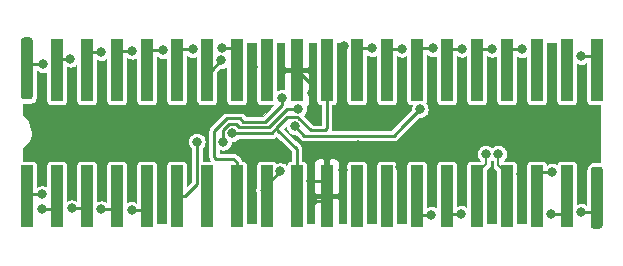
<source format=gbr>
%TF.GenerationSoftware,KiCad,Pcbnew,(5.1.9)-1*%
%TF.CreationDate,2021-04-29T23:37:35+02:00*%
%TF.ProjectId,STMega32,53544d65-6761-4333-922e-6b696361645f,rev?*%
%TF.SameCoordinates,Original*%
%TF.FileFunction,Copper,L2,Bot*%
%TF.FilePolarity,Positive*%
%FSLAX46Y46*%
G04 Gerber Fmt 4.6, Leading zero omitted, Abs format (unit mm)*
G04 Created by KiCad (PCBNEW (5.1.9)-1) date 2021-04-29 23:37:35*
%MOMM*%
%LPD*%
G01*
G04 APERTURE LIST*
%TA.AperFunction,SMDPad,CuDef*%
%ADD10R,1.000000X5.250000*%
%TD*%
%TA.AperFunction,ViaPad*%
%ADD11C,0.800000*%
%TD*%
%TA.AperFunction,Conductor*%
%ADD12C,0.250000*%
%TD*%
%TA.AperFunction,Conductor*%
%ADD13C,0.200000*%
%TD*%
%TA.AperFunction,Conductor*%
%ADD14C,0.125000*%
%TD*%
%TA.AperFunction,Conductor*%
%ADD15C,0.100000*%
%TD*%
G04 APERTURE END LIST*
D10*
%TO.P,J1,20*%
%TO.N,col1*%
X125870000Y-105337500D03*
%TO.P,J1,17*%
%TO.N,col7*%
X133490000Y-105337500D03*
%TO.P,J1,16*%
%TO.N,col9*%
X136030000Y-105337500D03*
%TO.P,J1,19*%
%TO.N,col3*%
X128410000Y-105337500D03*
%TO.P,J1,18*%
%TO.N,col5*%
X130950000Y-105337500D03*
%TO.P,J1,15*%
%TO.N,MOSI*%
X138570000Y-105337500D03*
%TO.P,J1,12*%
%TO.N,Reset*%
X146190000Y-105337500D03*
%TO.P,J1,11*%
%TO.N,+5v*%
X148730000Y-105337500D03*
%TO.P,J1,14*%
%TO.N,MISO*%
X141110000Y-105337500D03*
%TO.P,J1,13*%
%TO.N,SCK*%
X143650000Y-105337500D03*
%TO.P,J1,5*%
%TO.N,USB_P*%
X163970000Y-105337500D03*
%TO.P,J1,2*%
%TO.N,col14*%
X171590000Y-105337500D03*
%TO.P,J1,1*%
%TO.N,col13*%
%TA.AperFunction,SMDPad,CuDef*%
G36*
G01*
X174380000Y-108095000D02*
X173880000Y-108095000D01*
G75*
G02*
X173630000Y-107845000I0J250000D01*
G01*
X173630000Y-103095000D01*
G75*
G02*
X173880000Y-102845000I250000J0D01*
G01*
X174380000Y-102845000D01*
G75*
G02*
X174630000Y-103095000I0J-250000D01*
G01*
X174630000Y-107845000D01*
G75*
G02*
X174380000Y-108095000I-250000J0D01*
G01*
G37*
%TD.AperFunction*%
%TO.P,J1,4*%
%TO.N,USB_N*%
X166510000Y-105337500D03*
%TO.P,J1,3*%
%TO.N,boot*%
X169050000Y-105337500D03*
%TO.P,J1,6*%
%TO.N,col15*%
X161430000Y-105337500D03*
%TO.P,J1,7*%
%TO.N,col16*%
X158890000Y-105337500D03*
%TO.P,J1,8*%
%TO.N,OSC_IN_2*%
X156350000Y-105337500D03*
%TO.P,J1,9*%
%TO.N,OSC_IN_1*%
X153810000Y-105337500D03*
%TO.P,J1,10*%
%TO.N,GND*%
X151270000Y-105337500D03*
%TD*%
%TO.P,J2,10*%
%TO.N,GND*%
X148730000Y-94662500D03*
%TO.P,J2,9*%
%TO.N,NC*%
X146190000Y-94662500D03*
%TO.P,J2,8*%
%TO.N,col12*%
X143650000Y-94662500D03*
%TO.P,J2,7*%
%TO.N,col11*%
X141110000Y-94662500D03*
%TO.P,J2,6*%
%TO.N,col10*%
X138570000Y-94662500D03*
%TO.P,J2,3*%
%TO.N,col4*%
X130950000Y-94662500D03*
%TO.P,J2,4*%
%TO.N,col6*%
X133490000Y-94662500D03*
%TO.P,J2,1*%
%TO.N,col0*%
%TA.AperFunction,SMDPad,CuDef*%
G36*
G01*
X125620000Y-91905000D02*
X126120000Y-91905000D01*
G75*
G02*
X126370000Y-92155000I0J-250000D01*
G01*
X126370000Y-96905000D01*
G75*
G02*
X126120000Y-97155000I-250000J0D01*
G01*
X125620000Y-97155000D01*
G75*
G02*
X125370000Y-96905000I0J250000D01*
G01*
X125370000Y-92155000D01*
G75*
G02*
X125620000Y-91905000I250000J0D01*
G01*
G37*
%TD.AperFunction*%
%TO.P,J2,2*%
%TO.N,col2*%
X128410000Y-94662500D03*
%TO.P,J2,5*%
%TO.N,col8*%
X136030000Y-94662500D03*
%TO.P,J2,13*%
%TO.N,row4*%
X156350000Y-94662500D03*
%TO.P,J2,14*%
%TO.N,row5*%
X158890000Y-94662500D03*
%TO.P,J2,11*%
%TO.N,+5v*%
X151270000Y-94662500D03*
%TO.P,J2,12*%
%TO.N,row2*%
X153810000Y-94662500D03*
%TO.P,J2,15*%
%TO.N,row3*%
X161430000Y-94662500D03*
%TO.P,J2,18*%
%TO.N,sda*%
X169050000Y-94662500D03*
%TO.P,J2,19*%
%TO.N,scl*%
X171590000Y-94662500D03*
%TO.P,J2,16*%
%TO.N,row1*%
X163970000Y-94662500D03*
%TO.P,J2,17*%
%TO.N,row0*%
X166510000Y-94662500D03*
%TO.P,J2,20*%
%TO.N,col17*%
X174130000Y-94662500D03*
%TD*%
D11*
%TO.N,GND*%
X140100801Y-97690801D03*
X159625000Y-101625000D03*
X166525000Y-100050000D03*
X161000000Y-98900000D03*
X153900000Y-101025000D03*
X167700000Y-103500000D03*
X162725000Y-103600000D03*
X149975000Y-104050000D03*
X150091463Y-105716463D03*
X150000000Y-96650000D03*
X138675000Y-101225000D03*
X133575000Y-101675000D03*
X134800000Y-97400000D03*
X153200000Y-98275000D03*
X157500000Y-102900000D03*
X152650000Y-103100000D03*
X152700000Y-92650000D03*
X144910697Y-101239303D03*
X165250000Y-104225000D03*
%TO.N,col1*%
X127175000Y-105175000D03*
%TO.N,col0*%
X127250000Y-94175000D03*
%TO.N,col3*%
X127150000Y-106425000D03*
%TO.N,col2*%
X129575000Y-93700000D03*
%TO.N,col5*%
X129675000Y-106375000D03*
%TO.N,col4*%
X132200000Y-93125000D03*
%TO.N,col7*%
X132200000Y-106450000D03*
%TO.N,col6*%
X134825000Y-93025000D03*
%TO.N,col9*%
X134750000Y-106525000D03*
%TO.N,col8*%
X137400000Y-93000000D03*
%TO.N,MOSI*%
X148875000Y-97950000D03*
X142500000Y-100725000D03*
X140275000Y-100725000D03*
%TO.N,col10*%
X139925000Y-92875000D03*
%TO.N,col11*%
X142350000Y-93850000D03*
%TO.N,SCK*%
X147500000Y-97000000D03*
%TO.N,col12*%
X142400000Y-92800000D03*
%TO.N,+5v*%
X143250000Y-100025000D03*
%TO.N,row2*%
X155125000Y-92825000D03*
%TO.N,row4*%
X157625000Y-92850000D03*
%TO.N,col16*%
X160124845Y-106900164D03*
%TO.N,row5*%
X160250000Y-92825000D03*
%TO.N,col15*%
X162675000Y-106850000D03*
%TO.N,row3*%
X162725000Y-92850000D03*
%TO.N,row1*%
X165300000Y-92850000D03*
%TO.N,row0*%
X167800000Y-92900000D03*
%TO.N,boot*%
X170350000Y-103300000D03*
%TO.N,col14*%
X171525000Y-103825000D03*
X170275000Y-106875000D03*
%TO.N,col13*%
X172825000Y-106675000D03*
%TO.N,col17*%
X172825000Y-93475000D03*
%TO.N,n_boot*%
X159150000Y-98000000D03*
X148550000Y-99400011D03*
%TO.N,USB_N*%
X165775000Y-101775000D03*
%TO.N,USB_P*%
X164725000Y-101775000D03*
%TO.N,Reset*%
X147350000Y-103250000D03*
%TO.N,GND*%
X145025000Y-94400000D03*
X150450000Y-98550000D03*
%TD*%
D12*
%TO.N,GND*%
X150891037Y-105716463D02*
X151270000Y-105337500D01*
X150091463Y-105716463D02*
X150891037Y-105716463D01*
X151270000Y-104520000D02*
X151270000Y-105337500D01*
X150800000Y-104050000D02*
X151270000Y-104520000D01*
X149975000Y-104050000D02*
X150800000Y-104050000D01*
X150000000Y-95932500D02*
X150000000Y-96650000D01*
X148730000Y-94662500D02*
X150000000Y-95932500D01*
%TO.N,col1*%
X126032500Y-105175000D02*
X125870000Y-105337500D01*
X127175000Y-105175000D02*
X126032500Y-105175000D01*
%TO.N,col0*%
X126357500Y-94175000D02*
X125870000Y-94662500D01*
X127250000Y-94175000D02*
X126357500Y-94175000D01*
%TO.N,col3*%
X128410000Y-106140000D02*
X128410000Y-105337500D01*
X128125000Y-106425000D02*
X128410000Y-106140000D01*
X127150000Y-106425000D02*
X128125000Y-106425000D01*
%TO.N,col2*%
X128410000Y-93265010D02*
X128400020Y-93274990D01*
X128475000Y-93700000D02*
X128410000Y-93765000D01*
X128410000Y-93765000D02*
X128410000Y-94662500D01*
X129575000Y-93700000D02*
X128475000Y-93700000D01*
%TO.N,col5*%
X130950000Y-106275000D02*
X130950000Y-105337500D01*
X130850000Y-106375000D02*
X130950000Y-106275000D01*
X129675000Y-106375000D02*
X130850000Y-106375000D01*
%TO.N,col4*%
X130950000Y-93425000D02*
X130950000Y-94662500D01*
X131250000Y-93125000D02*
X130950000Y-93425000D01*
X132200000Y-93125000D02*
X131250000Y-93125000D01*
%TO.N,col7*%
X133600000Y-105447500D02*
X133490000Y-105337500D01*
X133325000Y-106450000D02*
X133490000Y-106285000D01*
X133490000Y-106285000D02*
X133490000Y-105337500D01*
X132200000Y-106450000D02*
X133325000Y-106450000D01*
%TO.N,col6*%
X133490000Y-93410000D02*
X133490000Y-94662500D01*
X133875000Y-93025000D02*
X133490000Y-93410000D01*
X134825000Y-93025000D02*
X133875000Y-93025000D01*
%TO.N,col9*%
X136030000Y-106320000D02*
X136030000Y-105337500D01*
X135825000Y-106525000D02*
X136030000Y-106320000D01*
X134750000Y-106525000D02*
X135825000Y-106525000D01*
%TO.N,col8*%
X136300000Y-93000000D02*
X136030000Y-93270000D01*
X137400000Y-93000000D02*
X136300000Y-93000000D01*
%TO.N,MOSI*%
X139262500Y-105337500D02*
X138570000Y-105337500D01*
X140275000Y-104325000D02*
X139262500Y-105337500D01*
X140275000Y-100725000D02*
X140275000Y-104325000D01*
X142500000Y-99736410D02*
X142500000Y-100725000D01*
X143600000Y-99225000D02*
X143011410Y-99225000D01*
X143875000Y-99500000D02*
X143600000Y-99225000D01*
X146400000Y-99500000D02*
X143875000Y-99500000D01*
X147950000Y-97950000D02*
X146400000Y-99500000D01*
X143011410Y-99225000D02*
X142500000Y-99736410D01*
X148875000Y-97950000D02*
X147950000Y-97950000D01*
%TO.N,col10*%
X138570000Y-93230000D02*
X138570000Y-94662500D01*
X138925000Y-92875000D02*
X138570000Y-93230000D01*
X139925000Y-92875000D02*
X138925000Y-92875000D01*
%TO.N,col11*%
X141537500Y-94662500D02*
X142350000Y-93850000D01*
X141110000Y-94662500D02*
X141537500Y-94662500D01*
%TO.N,SCK*%
X143650000Y-102462500D02*
X143650000Y-105337500D01*
X141935001Y-102185001D02*
X143372501Y-102185001D01*
X141750000Y-99850000D02*
X141750000Y-102000000D01*
X141750000Y-102000000D02*
X141935001Y-102185001D01*
X142850000Y-98750000D02*
X141750000Y-99850000D01*
X143372501Y-102185001D02*
X143650000Y-102462500D01*
X143925000Y-98750000D02*
X142850000Y-98750000D01*
X144224990Y-99049990D02*
X143925000Y-98750000D01*
X146050010Y-99049990D02*
X144224990Y-99049990D01*
X147500000Y-97600000D02*
X146050010Y-99049990D01*
X147500000Y-97000000D02*
X147500000Y-97600000D01*
%TO.N,col12*%
X143650000Y-93000000D02*
X143650000Y-94662500D01*
X143975000Y-92675000D02*
X143650000Y-93000000D01*
X143650000Y-92875000D02*
X143650000Y-94662500D01*
X143575000Y-92800000D02*
X143650000Y-92875000D01*
X142400000Y-92800000D02*
X143575000Y-92800000D01*
%TO.N,+5v*%
X148730000Y-105337500D02*
X148730000Y-104730000D01*
X148750000Y-103625000D02*
X148700000Y-103575000D01*
X147949999Y-98675001D02*
X147100001Y-99524999D01*
X148730000Y-105337500D02*
X148730000Y-101353004D01*
X148730000Y-101353004D02*
X147100001Y-99723005D01*
X147100001Y-99723005D02*
X147100001Y-99524999D01*
X143815685Y-100025000D02*
X143250000Y-100025000D01*
X146600000Y-100025000D02*
X143815685Y-100025000D01*
X147100001Y-99524999D02*
X146600000Y-100025000D01*
%TO.N,row2*%
X153810000Y-93060000D02*
X153810000Y-94662500D01*
X153700000Y-92950000D02*
X153810000Y-93060000D01*
X153825000Y-92825000D02*
X153700000Y-92950000D01*
X155125000Y-92825000D02*
X153825000Y-92825000D01*
%TO.N,row4*%
X156325000Y-94637500D02*
X156350000Y-94662500D01*
X156350000Y-93000000D02*
X156350000Y-94662500D01*
X156500000Y-92850000D02*
X156350000Y-93000000D01*
X157625000Y-92850000D02*
X156500000Y-92850000D01*
%TO.N,col16*%
X158900164Y-106900164D02*
X160124845Y-106900164D01*
X158890000Y-106890000D02*
X158900164Y-106900164D01*
X158890000Y-105337500D02*
X158890000Y-106890000D01*
%TO.N,row5*%
X158890000Y-93160000D02*
X158890000Y-94662500D01*
X159225000Y-92825000D02*
X158890000Y-93160000D01*
X160250000Y-92825000D02*
X159225000Y-92825000D01*
%TO.N,col15*%
X161430000Y-106655000D02*
X161430000Y-105337500D01*
X161625000Y-106850000D02*
X161430000Y-106655000D01*
X162675000Y-106850000D02*
X161625000Y-106850000D01*
%TO.N,row3*%
X161425000Y-94657500D02*
X161430000Y-94662500D01*
X161430000Y-92995000D02*
X161430000Y-94662500D01*
X161575000Y-92850000D02*
X161430000Y-92995000D01*
X162725000Y-92850000D02*
X161575000Y-92850000D01*
%TO.N,row1*%
X163970000Y-93305000D02*
X163970000Y-94662500D01*
X164425000Y-92850000D02*
X163970000Y-93305000D01*
X165300000Y-92850000D02*
X164425000Y-92850000D01*
%TO.N,row0*%
X166275000Y-93200000D02*
X166510000Y-93435000D01*
X166510000Y-93435000D02*
X166510000Y-94662500D01*
X166510000Y-93165000D02*
X166510000Y-94662500D01*
X166775000Y-92900000D02*
X166510000Y-93165000D01*
X167800000Y-92900000D02*
X166775000Y-92900000D01*
%TO.N,boot*%
X169050000Y-105337500D02*
X169050000Y-104420000D01*
X169050000Y-104420000D02*
X168810000Y-104180000D01*
X169150000Y-103300000D02*
X170350000Y-103300000D01*
X169050000Y-103400000D02*
X169150000Y-103300000D01*
X169050000Y-105337500D02*
X169050000Y-103400000D01*
%TO.N,col14*%
X171425000Y-106875000D02*
X171590000Y-106710000D01*
X171590000Y-106710000D02*
X171590000Y-105337500D01*
X170275000Y-106875000D02*
X171425000Y-106875000D01*
%TO.N,col13*%
X174130000Y-106420000D02*
X174130000Y-105470000D01*
X173875000Y-106675000D02*
X174130000Y-106420000D01*
X172825000Y-106675000D02*
X173875000Y-106675000D01*
%TO.N,col17*%
X174130000Y-93780000D02*
X174130000Y-94662500D01*
X173825000Y-93475000D02*
X174130000Y-93780000D01*
X172825000Y-93475000D02*
X173825000Y-93475000D01*
%TO.N,n_boot*%
X159150000Y-98000000D02*
X157749989Y-99400011D01*
D13*
%TO.N,USB_N*%
X166225000Y-103800000D02*
X166225000Y-105400000D01*
X166525000Y-103500000D02*
X166225000Y-103800000D01*
X166225000Y-105400000D02*
X166425000Y-105600000D01*
X166200000Y-105027500D02*
X166510000Y-105337500D01*
X165775000Y-102700000D02*
X166200000Y-103125000D01*
X166200000Y-103125000D02*
X166200000Y-105027500D01*
X165775000Y-101775000D02*
X165775000Y-102700000D01*
D12*
%TO.N,USB_P*%
X164050000Y-105417500D02*
X163970000Y-105337500D01*
D13*
X163970000Y-103247500D02*
X163970000Y-105337500D01*
X164127500Y-103247500D02*
X163970000Y-103247500D01*
X164725000Y-102650000D02*
X164127500Y-103247500D01*
X164725000Y-101775000D02*
X164725000Y-102650000D01*
D12*
%TO.N,Reset*%
X145702502Y-104850002D02*
X146190000Y-105337500D01*
X146190000Y-104410000D02*
X147350000Y-103250000D01*
X146190000Y-105337500D02*
X146190000Y-104410000D01*
%TO.N,+5v*%
X148849999Y-98685010D02*
X149939989Y-99775000D01*
X148849999Y-98675001D02*
X148849999Y-98685010D01*
X148849999Y-98675001D02*
X147949999Y-98675001D01*
X149939989Y-99775000D02*
X151100000Y-99775000D01*
X151100000Y-99775000D02*
X151270000Y-99605000D01*
X151270000Y-99605000D02*
X151270000Y-97355000D01*
X151270000Y-94662500D02*
X151270000Y-97355000D01*
%TO.N,n_boot*%
X148550000Y-99400011D02*
X149364999Y-100215010D01*
X156934990Y-100215010D02*
X157749989Y-99400011D01*
X149364999Y-100215010D02*
X156934990Y-100215010D01*
%TD*%
D14*
%TO.N,GND*%
X170725747Y-97287500D02*
X170732746Y-97358562D01*
X170753474Y-97426894D01*
X170787135Y-97489868D01*
X170832434Y-97545066D01*
X170887632Y-97590365D01*
X170950606Y-97624026D01*
X171018938Y-97644754D01*
X171090000Y-97651753D01*
X172090000Y-97651753D01*
X172161062Y-97644754D01*
X172229394Y-97624026D01*
X172292368Y-97590365D01*
X172347566Y-97545066D01*
X172392865Y-97489868D01*
X172426526Y-97426894D01*
X172447254Y-97358562D01*
X172454253Y-97287500D01*
X172454253Y-94144325D01*
X172463821Y-94150718D01*
X172602587Y-94208197D01*
X172749900Y-94237500D01*
X172900100Y-94237500D01*
X173047413Y-94208197D01*
X173186179Y-94150718D01*
X173265747Y-94097552D01*
X173265747Y-97287500D01*
X173272746Y-97358562D01*
X173293474Y-97426894D01*
X173327135Y-97489868D01*
X173372434Y-97545066D01*
X173427632Y-97590365D01*
X173490606Y-97624026D01*
X173558938Y-97644754D01*
X173630000Y-97651753D01*
X174437500Y-97651753D01*
X174437500Y-102486410D01*
X174380000Y-102480747D01*
X173880000Y-102480747D01*
X173760165Y-102492550D01*
X173644936Y-102527504D01*
X173538739Y-102584267D01*
X173445658Y-102660658D01*
X173369267Y-102753739D01*
X173312504Y-102859936D01*
X173277550Y-102975165D01*
X173265747Y-103095000D01*
X173265747Y-106052448D01*
X173186179Y-105999282D01*
X173047413Y-105941803D01*
X172900100Y-105912500D01*
X172749900Y-105912500D01*
X172602587Y-105941803D01*
X172463821Y-105999282D01*
X172454253Y-106005675D01*
X172454253Y-102712500D01*
X172447254Y-102641438D01*
X172426526Y-102573106D01*
X172392865Y-102510132D01*
X172347566Y-102454934D01*
X172292368Y-102409635D01*
X172229394Y-102375974D01*
X172161062Y-102355246D01*
X172090000Y-102348247D01*
X171090000Y-102348247D01*
X171018938Y-102355246D01*
X170950606Y-102375974D01*
X170887632Y-102409635D01*
X170832434Y-102454934D01*
X170787135Y-102510132D01*
X170753474Y-102573106D01*
X170733438Y-102639155D01*
X170711179Y-102624282D01*
X170572413Y-102566803D01*
X170425100Y-102537500D01*
X170274900Y-102537500D01*
X170127587Y-102566803D01*
X169988821Y-102624282D01*
X169910705Y-102676477D01*
X169907254Y-102641438D01*
X169886526Y-102573106D01*
X169852865Y-102510132D01*
X169807566Y-102454934D01*
X169752368Y-102409635D01*
X169689394Y-102375974D01*
X169621062Y-102355246D01*
X169550000Y-102348247D01*
X168550000Y-102348247D01*
X168478938Y-102355246D01*
X168410606Y-102375974D01*
X168347632Y-102409635D01*
X168292434Y-102454934D01*
X168247135Y-102510132D01*
X168213474Y-102573106D01*
X168192746Y-102641438D01*
X168185747Y-102712500D01*
X168185747Y-107612500D01*
X167374253Y-107612500D01*
X167374253Y-102712500D01*
X167367254Y-102641438D01*
X167346526Y-102573106D01*
X167312865Y-102510132D01*
X167267566Y-102454934D01*
X167212368Y-102409635D01*
X167149394Y-102375974D01*
X167081062Y-102355246D01*
X167010000Y-102348247D01*
X166280090Y-102348247D01*
X166367272Y-102261065D01*
X166450718Y-102136179D01*
X166508197Y-101997413D01*
X166537500Y-101850100D01*
X166537500Y-101699900D01*
X166508197Y-101552587D01*
X166450718Y-101413821D01*
X166367272Y-101288935D01*
X166261065Y-101182728D01*
X166136179Y-101099282D01*
X165997413Y-101041803D01*
X165850100Y-101012500D01*
X165699900Y-101012500D01*
X165552587Y-101041803D01*
X165413821Y-101099282D01*
X165288935Y-101182728D01*
X165250000Y-101221663D01*
X165211065Y-101182728D01*
X165086179Y-101099282D01*
X164947413Y-101041803D01*
X164800100Y-101012500D01*
X164649900Y-101012500D01*
X164502587Y-101041803D01*
X164363821Y-101099282D01*
X164238935Y-101182728D01*
X164132728Y-101288935D01*
X164049282Y-101413821D01*
X163991803Y-101552587D01*
X163962500Y-101699900D01*
X163962500Y-101850100D01*
X163991803Y-101997413D01*
X164049282Y-102136179D01*
X164132728Y-102261065D01*
X164219910Y-102348247D01*
X163470000Y-102348247D01*
X163398938Y-102355246D01*
X163330606Y-102375974D01*
X163267632Y-102409635D01*
X163212434Y-102454934D01*
X163167135Y-102510132D01*
X163133474Y-102573106D01*
X163112746Y-102641438D01*
X163105747Y-102712500D01*
X163105747Y-106220766D01*
X163036179Y-106174282D01*
X162897413Y-106116803D01*
X162750100Y-106087500D01*
X162599900Y-106087500D01*
X162452587Y-106116803D01*
X162313821Y-106174282D01*
X162294253Y-106187357D01*
X162294253Y-102712500D01*
X162287254Y-102641438D01*
X162266526Y-102573106D01*
X162232865Y-102510132D01*
X162187566Y-102454934D01*
X162132368Y-102409635D01*
X162069394Y-102375974D01*
X162001062Y-102355246D01*
X161930000Y-102348247D01*
X160930000Y-102348247D01*
X160858938Y-102355246D01*
X160790606Y-102375974D01*
X160727632Y-102409635D01*
X160672434Y-102454934D01*
X160627135Y-102510132D01*
X160593474Y-102573106D01*
X160572746Y-102641438D01*
X160565747Y-102712500D01*
X160565747Y-106277715D01*
X160486024Y-106224446D01*
X160347258Y-106166967D01*
X160199945Y-106137664D01*
X160049745Y-106137664D01*
X159902432Y-106166967D01*
X159763666Y-106224446D01*
X159754253Y-106230736D01*
X159754253Y-102712500D01*
X159747254Y-102641438D01*
X159726526Y-102573106D01*
X159692865Y-102510132D01*
X159647566Y-102454934D01*
X159592368Y-102409635D01*
X159529394Y-102375974D01*
X159461062Y-102355246D01*
X159390000Y-102348247D01*
X158390000Y-102348247D01*
X158318938Y-102355246D01*
X158250606Y-102375974D01*
X158187632Y-102409635D01*
X158132434Y-102454934D01*
X158087135Y-102510132D01*
X158053474Y-102573106D01*
X158032746Y-102641438D01*
X158025747Y-102712500D01*
X158025747Y-107612500D01*
X157214253Y-107612500D01*
X157214253Y-102712500D01*
X157207254Y-102641438D01*
X157186526Y-102573106D01*
X157152865Y-102510132D01*
X157107566Y-102454934D01*
X157052368Y-102409635D01*
X156989394Y-102375974D01*
X156921062Y-102355246D01*
X156850000Y-102348247D01*
X155850000Y-102348247D01*
X155778938Y-102355246D01*
X155710606Y-102375974D01*
X155647632Y-102409635D01*
X155592434Y-102454934D01*
X155547135Y-102510132D01*
X155513474Y-102573106D01*
X155492746Y-102641438D01*
X155485747Y-102712500D01*
X155485747Y-107612500D01*
X154674253Y-107612500D01*
X154674253Y-102712500D01*
X154667254Y-102641438D01*
X154646526Y-102573106D01*
X154612865Y-102510132D01*
X154567566Y-102454934D01*
X154512368Y-102409635D01*
X154449394Y-102375974D01*
X154381062Y-102355246D01*
X154310000Y-102348247D01*
X153310000Y-102348247D01*
X153238938Y-102355246D01*
X153170606Y-102375974D01*
X153107632Y-102409635D01*
X153052434Y-102454934D01*
X153007135Y-102510132D01*
X152973474Y-102573106D01*
X152952746Y-102641438D01*
X152945747Y-102712500D01*
X152945747Y-107612500D01*
X152342838Y-107612500D01*
X152340500Y-105671625D01*
X152197875Y-105529000D01*
X151461500Y-105529000D01*
X151461500Y-107612500D01*
X151078500Y-107612500D01*
X151078500Y-105529000D01*
X150342125Y-105529000D01*
X150199500Y-105671625D01*
X150197162Y-107612500D01*
X149594253Y-107612500D01*
X149594253Y-102712500D01*
X150196740Y-102712500D01*
X150199500Y-105003375D01*
X150342125Y-105146000D01*
X151078500Y-105146000D01*
X151078500Y-102284625D01*
X151461500Y-102284625D01*
X151461500Y-105146000D01*
X152197875Y-105146000D01*
X152340500Y-105003375D01*
X152343260Y-102712500D01*
X152332245Y-102600663D01*
X152299623Y-102493123D01*
X152246648Y-102394014D01*
X152175356Y-102307144D01*
X152088486Y-102235852D01*
X151989377Y-102182877D01*
X151881837Y-102150255D01*
X151770000Y-102139240D01*
X151604125Y-102142000D01*
X151461500Y-102284625D01*
X151078500Y-102284625D01*
X150935875Y-102142000D01*
X150770000Y-102139240D01*
X150658163Y-102150255D01*
X150550623Y-102182877D01*
X150451514Y-102235852D01*
X150364644Y-102307144D01*
X150293352Y-102394014D01*
X150240377Y-102493123D01*
X150207755Y-102600663D01*
X150196740Y-102712500D01*
X149594253Y-102712500D01*
X149587254Y-102641438D01*
X149566526Y-102573106D01*
X149532865Y-102510132D01*
X149487566Y-102454934D01*
X149432368Y-102409635D01*
X149369394Y-102375974D01*
X149301062Y-102355246D01*
X149230000Y-102348247D01*
X149217500Y-102348247D01*
X149217500Y-101376946D01*
X149219858Y-101353004D01*
X149210446Y-101257438D01*
X149207259Y-101246930D01*
X149182570Y-101165543D01*
X149137302Y-101080853D01*
X149123077Y-101063520D01*
X149091645Y-101025219D01*
X149091641Y-101025215D01*
X149076382Y-101006622D01*
X149057789Y-100991363D01*
X147690426Y-99624002D01*
X147796097Y-99518332D01*
X147816803Y-99622424D01*
X147874282Y-99761190D01*
X147957728Y-99886076D01*
X148063935Y-99992283D01*
X148188821Y-100075729D01*
X148327587Y-100133208D01*
X148474900Y-100162511D01*
X148623071Y-100162511D01*
X149003358Y-100542799D01*
X149018617Y-100561392D01*
X149037210Y-100576651D01*
X149037214Y-100576655D01*
X149075342Y-100607945D01*
X149092848Y-100622312D01*
X149177538Y-100667580D01*
X149269432Y-100695456D01*
X149341056Y-100702510D01*
X149341057Y-100702510D01*
X149364999Y-100704868D01*
X149388941Y-100702510D01*
X156911050Y-100702510D01*
X156934990Y-100704868D01*
X156958930Y-100702510D01*
X156958933Y-100702510D01*
X157030557Y-100695456D01*
X157122451Y-100667580D01*
X157207141Y-100622312D01*
X157281372Y-100561392D01*
X157296639Y-100542789D01*
X158111634Y-99727796D01*
X158111643Y-99727785D01*
X159076929Y-98762500D01*
X159225100Y-98762500D01*
X159372413Y-98733197D01*
X159511179Y-98675718D01*
X159636065Y-98592272D01*
X159742272Y-98486065D01*
X159825718Y-98361179D01*
X159883197Y-98222413D01*
X159912500Y-98075100D01*
X159912500Y-97924900D01*
X159883197Y-97777587D01*
X159825718Y-97638821D01*
X159742272Y-97513935D01*
X159701692Y-97473355D01*
X159726526Y-97426894D01*
X159747254Y-97358562D01*
X159754253Y-97287500D01*
X159754253Y-93407590D01*
X159763935Y-93417272D01*
X159888821Y-93500718D01*
X160027587Y-93558197D01*
X160174900Y-93587500D01*
X160325100Y-93587500D01*
X160472413Y-93558197D01*
X160565747Y-93519537D01*
X160565747Y-97287500D01*
X160572746Y-97358562D01*
X160593474Y-97426894D01*
X160627135Y-97489868D01*
X160672434Y-97545066D01*
X160727632Y-97590365D01*
X160790606Y-97624026D01*
X160858938Y-97644754D01*
X160930000Y-97651753D01*
X161930000Y-97651753D01*
X162001062Y-97644754D01*
X162069394Y-97624026D01*
X162132368Y-97590365D01*
X162187566Y-97545066D01*
X162232865Y-97489868D01*
X162266526Y-97426894D01*
X162287254Y-97358562D01*
X162294253Y-97287500D01*
X162294253Y-93479234D01*
X162363821Y-93525718D01*
X162502587Y-93583197D01*
X162649900Y-93612500D01*
X162800100Y-93612500D01*
X162947413Y-93583197D01*
X163086179Y-93525718D01*
X163105747Y-93512643D01*
X163105747Y-97287500D01*
X163112746Y-97358562D01*
X163133474Y-97426894D01*
X163167135Y-97489868D01*
X163212434Y-97545066D01*
X163267632Y-97590365D01*
X163330606Y-97624026D01*
X163398938Y-97644754D01*
X163470000Y-97651753D01*
X164470000Y-97651753D01*
X164541062Y-97644754D01*
X164609394Y-97624026D01*
X164672368Y-97590365D01*
X164727566Y-97545066D01*
X164772865Y-97489868D01*
X164806526Y-97426894D01*
X164827254Y-97358562D01*
X164834253Y-97287500D01*
X164834253Y-93455848D01*
X164938821Y-93525718D01*
X165077587Y-93583197D01*
X165224900Y-93612500D01*
X165375100Y-93612500D01*
X165522413Y-93583197D01*
X165645747Y-93532110D01*
X165645747Y-97287500D01*
X165652746Y-97358562D01*
X165673474Y-97426894D01*
X165707135Y-97489868D01*
X165752434Y-97545066D01*
X165807632Y-97590365D01*
X165870606Y-97624026D01*
X165938938Y-97644754D01*
X166010000Y-97651753D01*
X167010000Y-97651753D01*
X167081062Y-97644754D01*
X167149394Y-97624026D01*
X167212368Y-97590365D01*
X167267566Y-97545066D01*
X167312865Y-97489868D01*
X167346526Y-97426894D01*
X167367254Y-97358562D01*
X167374253Y-97287500D01*
X167374253Y-93532575D01*
X167438821Y-93575718D01*
X167577587Y-93633197D01*
X167724900Y-93662500D01*
X167875100Y-93662500D01*
X168022413Y-93633197D01*
X168161179Y-93575718D01*
X168185747Y-93559302D01*
X168185747Y-97287500D01*
X168192746Y-97358562D01*
X168213474Y-97426894D01*
X168247135Y-97489868D01*
X168292434Y-97545066D01*
X168347632Y-97590365D01*
X168410606Y-97624026D01*
X168478938Y-97644754D01*
X168550000Y-97651753D01*
X169550000Y-97651753D01*
X169621062Y-97644754D01*
X169689394Y-97624026D01*
X169752368Y-97590365D01*
X169807566Y-97545066D01*
X169852865Y-97489868D01*
X169886526Y-97426894D01*
X169907254Y-97358562D01*
X169914253Y-97287500D01*
X169914253Y-92387500D01*
X170725747Y-92387500D01*
X170725747Y-97287500D01*
%TA.AperFunction,Conductor*%
D15*
G36*
X170725747Y-97287500D02*
G01*
X170732746Y-97358562D01*
X170753474Y-97426894D01*
X170787135Y-97489868D01*
X170832434Y-97545066D01*
X170887632Y-97590365D01*
X170950606Y-97624026D01*
X171018938Y-97644754D01*
X171090000Y-97651753D01*
X172090000Y-97651753D01*
X172161062Y-97644754D01*
X172229394Y-97624026D01*
X172292368Y-97590365D01*
X172347566Y-97545066D01*
X172392865Y-97489868D01*
X172426526Y-97426894D01*
X172447254Y-97358562D01*
X172454253Y-97287500D01*
X172454253Y-94144325D01*
X172463821Y-94150718D01*
X172602587Y-94208197D01*
X172749900Y-94237500D01*
X172900100Y-94237500D01*
X173047413Y-94208197D01*
X173186179Y-94150718D01*
X173265747Y-94097552D01*
X173265747Y-97287500D01*
X173272746Y-97358562D01*
X173293474Y-97426894D01*
X173327135Y-97489868D01*
X173372434Y-97545066D01*
X173427632Y-97590365D01*
X173490606Y-97624026D01*
X173558938Y-97644754D01*
X173630000Y-97651753D01*
X174437500Y-97651753D01*
X174437500Y-102486410D01*
X174380000Y-102480747D01*
X173880000Y-102480747D01*
X173760165Y-102492550D01*
X173644936Y-102527504D01*
X173538739Y-102584267D01*
X173445658Y-102660658D01*
X173369267Y-102753739D01*
X173312504Y-102859936D01*
X173277550Y-102975165D01*
X173265747Y-103095000D01*
X173265747Y-106052448D01*
X173186179Y-105999282D01*
X173047413Y-105941803D01*
X172900100Y-105912500D01*
X172749900Y-105912500D01*
X172602587Y-105941803D01*
X172463821Y-105999282D01*
X172454253Y-106005675D01*
X172454253Y-102712500D01*
X172447254Y-102641438D01*
X172426526Y-102573106D01*
X172392865Y-102510132D01*
X172347566Y-102454934D01*
X172292368Y-102409635D01*
X172229394Y-102375974D01*
X172161062Y-102355246D01*
X172090000Y-102348247D01*
X171090000Y-102348247D01*
X171018938Y-102355246D01*
X170950606Y-102375974D01*
X170887632Y-102409635D01*
X170832434Y-102454934D01*
X170787135Y-102510132D01*
X170753474Y-102573106D01*
X170733438Y-102639155D01*
X170711179Y-102624282D01*
X170572413Y-102566803D01*
X170425100Y-102537500D01*
X170274900Y-102537500D01*
X170127587Y-102566803D01*
X169988821Y-102624282D01*
X169910705Y-102676477D01*
X169907254Y-102641438D01*
X169886526Y-102573106D01*
X169852865Y-102510132D01*
X169807566Y-102454934D01*
X169752368Y-102409635D01*
X169689394Y-102375974D01*
X169621062Y-102355246D01*
X169550000Y-102348247D01*
X168550000Y-102348247D01*
X168478938Y-102355246D01*
X168410606Y-102375974D01*
X168347632Y-102409635D01*
X168292434Y-102454934D01*
X168247135Y-102510132D01*
X168213474Y-102573106D01*
X168192746Y-102641438D01*
X168185747Y-102712500D01*
X168185747Y-107612500D01*
X167374253Y-107612500D01*
X167374253Y-102712500D01*
X167367254Y-102641438D01*
X167346526Y-102573106D01*
X167312865Y-102510132D01*
X167267566Y-102454934D01*
X167212368Y-102409635D01*
X167149394Y-102375974D01*
X167081062Y-102355246D01*
X167010000Y-102348247D01*
X166280090Y-102348247D01*
X166367272Y-102261065D01*
X166450718Y-102136179D01*
X166508197Y-101997413D01*
X166537500Y-101850100D01*
X166537500Y-101699900D01*
X166508197Y-101552587D01*
X166450718Y-101413821D01*
X166367272Y-101288935D01*
X166261065Y-101182728D01*
X166136179Y-101099282D01*
X165997413Y-101041803D01*
X165850100Y-101012500D01*
X165699900Y-101012500D01*
X165552587Y-101041803D01*
X165413821Y-101099282D01*
X165288935Y-101182728D01*
X165250000Y-101221663D01*
X165211065Y-101182728D01*
X165086179Y-101099282D01*
X164947413Y-101041803D01*
X164800100Y-101012500D01*
X164649900Y-101012500D01*
X164502587Y-101041803D01*
X164363821Y-101099282D01*
X164238935Y-101182728D01*
X164132728Y-101288935D01*
X164049282Y-101413821D01*
X163991803Y-101552587D01*
X163962500Y-101699900D01*
X163962500Y-101850100D01*
X163991803Y-101997413D01*
X164049282Y-102136179D01*
X164132728Y-102261065D01*
X164219910Y-102348247D01*
X163470000Y-102348247D01*
X163398938Y-102355246D01*
X163330606Y-102375974D01*
X163267632Y-102409635D01*
X163212434Y-102454934D01*
X163167135Y-102510132D01*
X163133474Y-102573106D01*
X163112746Y-102641438D01*
X163105747Y-102712500D01*
X163105747Y-106220766D01*
X163036179Y-106174282D01*
X162897413Y-106116803D01*
X162750100Y-106087500D01*
X162599900Y-106087500D01*
X162452587Y-106116803D01*
X162313821Y-106174282D01*
X162294253Y-106187357D01*
X162294253Y-102712500D01*
X162287254Y-102641438D01*
X162266526Y-102573106D01*
X162232865Y-102510132D01*
X162187566Y-102454934D01*
X162132368Y-102409635D01*
X162069394Y-102375974D01*
X162001062Y-102355246D01*
X161930000Y-102348247D01*
X160930000Y-102348247D01*
X160858938Y-102355246D01*
X160790606Y-102375974D01*
X160727632Y-102409635D01*
X160672434Y-102454934D01*
X160627135Y-102510132D01*
X160593474Y-102573106D01*
X160572746Y-102641438D01*
X160565747Y-102712500D01*
X160565747Y-106277715D01*
X160486024Y-106224446D01*
X160347258Y-106166967D01*
X160199945Y-106137664D01*
X160049745Y-106137664D01*
X159902432Y-106166967D01*
X159763666Y-106224446D01*
X159754253Y-106230736D01*
X159754253Y-102712500D01*
X159747254Y-102641438D01*
X159726526Y-102573106D01*
X159692865Y-102510132D01*
X159647566Y-102454934D01*
X159592368Y-102409635D01*
X159529394Y-102375974D01*
X159461062Y-102355246D01*
X159390000Y-102348247D01*
X158390000Y-102348247D01*
X158318938Y-102355246D01*
X158250606Y-102375974D01*
X158187632Y-102409635D01*
X158132434Y-102454934D01*
X158087135Y-102510132D01*
X158053474Y-102573106D01*
X158032746Y-102641438D01*
X158025747Y-102712500D01*
X158025747Y-107612500D01*
X157214253Y-107612500D01*
X157214253Y-102712500D01*
X157207254Y-102641438D01*
X157186526Y-102573106D01*
X157152865Y-102510132D01*
X157107566Y-102454934D01*
X157052368Y-102409635D01*
X156989394Y-102375974D01*
X156921062Y-102355246D01*
X156850000Y-102348247D01*
X155850000Y-102348247D01*
X155778938Y-102355246D01*
X155710606Y-102375974D01*
X155647632Y-102409635D01*
X155592434Y-102454934D01*
X155547135Y-102510132D01*
X155513474Y-102573106D01*
X155492746Y-102641438D01*
X155485747Y-102712500D01*
X155485747Y-107612500D01*
X154674253Y-107612500D01*
X154674253Y-102712500D01*
X154667254Y-102641438D01*
X154646526Y-102573106D01*
X154612865Y-102510132D01*
X154567566Y-102454934D01*
X154512368Y-102409635D01*
X154449394Y-102375974D01*
X154381062Y-102355246D01*
X154310000Y-102348247D01*
X153310000Y-102348247D01*
X153238938Y-102355246D01*
X153170606Y-102375974D01*
X153107632Y-102409635D01*
X153052434Y-102454934D01*
X153007135Y-102510132D01*
X152973474Y-102573106D01*
X152952746Y-102641438D01*
X152945747Y-102712500D01*
X152945747Y-107612500D01*
X152342838Y-107612500D01*
X152340500Y-105671625D01*
X152197875Y-105529000D01*
X151461500Y-105529000D01*
X151461500Y-107612500D01*
X151078500Y-107612500D01*
X151078500Y-105529000D01*
X150342125Y-105529000D01*
X150199500Y-105671625D01*
X150197162Y-107612500D01*
X149594253Y-107612500D01*
X149594253Y-102712500D01*
X150196740Y-102712500D01*
X150199500Y-105003375D01*
X150342125Y-105146000D01*
X151078500Y-105146000D01*
X151078500Y-102284625D01*
X151461500Y-102284625D01*
X151461500Y-105146000D01*
X152197875Y-105146000D01*
X152340500Y-105003375D01*
X152343260Y-102712500D01*
X152332245Y-102600663D01*
X152299623Y-102493123D01*
X152246648Y-102394014D01*
X152175356Y-102307144D01*
X152088486Y-102235852D01*
X151989377Y-102182877D01*
X151881837Y-102150255D01*
X151770000Y-102139240D01*
X151604125Y-102142000D01*
X151461500Y-102284625D01*
X151078500Y-102284625D01*
X150935875Y-102142000D01*
X150770000Y-102139240D01*
X150658163Y-102150255D01*
X150550623Y-102182877D01*
X150451514Y-102235852D01*
X150364644Y-102307144D01*
X150293352Y-102394014D01*
X150240377Y-102493123D01*
X150207755Y-102600663D01*
X150196740Y-102712500D01*
X149594253Y-102712500D01*
X149587254Y-102641438D01*
X149566526Y-102573106D01*
X149532865Y-102510132D01*
X149487566Y-102454934D01*
X149432368Y-102409635D01*
X149369394Y-102375974D01*
X149301062Y-102355246D01*
X149230000Y-102348247D01*
X149217500Y-102348247D01*
X149217500Y-101376946D01*
X149219858Y-101353004D01*
X149210446Y-101257438D01*
X149207259Y-101246930D01*
X149182570Y-101165543D01*
X149137302Y-101080853D01*
X149123077Y-101063520D01*
X149091645Y-101025219D01*
X149091641Y-101025215D01*
X149076382Y-101006622D01*
X149057789Y-100991363D01*
X147690426Y-99624002D01*
X147796097Y-99518332D01*
X147816803Y-99622424D01*
X147874282Y-99761190D01*
X147957728Y-99886076D01*
X148063935Y-99992283D01*
X148188821Y-100075729D01*
X148327587Y-100133208D01*
X148474900Y-100162511D01*
X148623071Y-100162511D01*
X149003358Y-100542799D01*
X149018617Y-100561392D01*
X149037210Y-100576651D01*
X149037214Y-100576655D01*
X149075342Y-100607945D01*
X149092848Y-100622312D01*
X149177538Y-100667580D01*
X149269432Y-100695456D01*
X149341056Y-100702510D01*
X149341057Y-100702510D01*
X149364999Y-100704868D01*
X149388941Y-100702510D01*
X156911050Y-100702510D01*
X156934990Y-100704868D01*
X156958930Y-100702510D01*
X156958933Y-100702510D01*
X157030557Y-100695456D01*
X157122451Y-100667580D01*
X157207141Y-100622312D01*
X157281372Y-100561392D01*
X157296639Y-100542789D01*
X158111634Y-99727796D01*
X158111643Y-99727785D01*
X159076929Y-98762500D01*
X159225100Y-98762500D01*
X159372413Y-98733197D01*
X159511179Y-98675718D01*
X159636065Y-98592272D01*
X159742272Y-98486065D01*
X159825718Y-98361179D01*
X159883197Y-98222413D01*
X159912500Y-98075100D01*
X159912500Y-97924900D01*
X159883197Y-97777587D01*
X159825718Y-97638821D01*
X159742272Y-97513935D01*
X159701692Y-97473355D01*
X159726526Y-97426894D01*
X159747254Y-97358562D01*
X159754253Y-97287500D01*
X159754253Y-93407590D01*
X159763935Y-93417272D01*
X159888821Y-93500718D01*
X160027587Y-93558197D01*
X160174900Y-93587500D01*
X160325100Y-93587500D01*
X160472413Y-93558197D01*
X160565747Y-93519537D01*
X160565747Y-97287500D01*
X160572746Y-97358562D01*
X160593474Y-97426894D01*
X160627135Y-97489868D01*
X160672434Y-97545066D01*
X160727632Y-97590365D01*
X160790606Y-97624026D01*
X160858938Y-97644754D01*
X160930000Y-97651753D01*
X161930000Y-97651753D01*
X162001062Y-97644754D01*
X162069394Y-97624026D01*
X162132368Y-97590365D01*
X162187566Y-97545066D01*
X162232865Y-97489868D01*
X162266526Y-97426894D01*
X162287254Y-97358562D01*
X162294253Y-97287500D01*
X162294253Y-93479234D01*
X162363821Y-93525718D01*
X162502587Y-93583197D01*
X162649900Y-93612500D01*
X162800100Y-93612500D01*
X162947413Y-93583197D01*
X163086179Y-93525718D01*
X163105747Y-93512643D01*
X163105747Y-97287500D01*
X163112746Y-97358562D01*
X163133474Y-97426894D01*
X163167135Y-97489868D01*
X163212434Y-97545066D01*
X163267632Y-97590365D01*
X163330606Y-97624026D01*
X163398938Y-97644754D01*
X163470000Y-97651753D01*
X164470000Y-97651753D01*
X164541062Y-97644754D01*
X164609394Y-97624026D01*
X164672368Y-97590365D01*
X164727566Y-97545066D01*
X164772865Y-97489868D01*
X164806526Y-97426894D01*
X164827254Y-97358562D01*
X164834253Y-97287500D01*
X164834253Y-93455848D01*
X164938821Y-93525718D01*
X165077587Y-93583197D01*
X165224900Y-93612500D01*
X165375100Y-93612500D01*
X165522413Y-93583197D01*
X165645747Y-93532110D01*
X165645747Y-97287500D01*
X165652746Y-97358562D01*
X165673474Y-97426894D01*
X165707135Y-97489868D01*
X165752434Y-97545066D01*
X165807632Y-97590365D01*
X165870606Y-97624026D01*
X165938938Y-97644754D01*
X166010000Y-97651753D01*
X167010000Y-97651753D01*
X167081062Y-97644754D01*
X167149394Y-97624026D01*
X167212368Y-97590365D01*
X167267566Y-97545066D01*
X167312865Y-97489868D01*
X167346526Y-97426894D01*
X167367254Y-97358562D01*
X167374253Y-97287500D01*
X167374253Y-93532575D01*
X167438821Y-93575718D01*
X167577587Y-93633197D01*
X167724900Y-93662500D01*
X167875100Y-93662500D01*
X168022413Y-93633197D01*
X168161179Y-93575718D01*
X168185747Y-93559302D01*
X168185747Y-97287500D01*
X168192746Y-97358562D01*
X168213474Y-97426894D01*
X168247135Y-97489868D01*
X168292434Y-97545066D01*
X168347632Y-97590365D01*
X168410606Y-97624026D01*
X168478938Y-97644754D01*
X168550000Y-97651753D01*
X169550000Y-97651753D01*
X169621062Y-97644754D01*
X169689394Y-97624026D01*
X169752368Y-97590365D01*
X169807566Y-97545066D01*
X169852865Y-97489868D01*
X169886526Y-97426894D01*
X169907254Y-97358562D01*
X169914253Y-97287500D01*
X169914253Y-92387500D01*
X170725747Y-92387500D01*
X170725747Y-97287500D01*
G37*
%TD.AperFunction*%
D14*
X145325747Y-97287500D02*
X145332746Y-97358562D01*
X145353474Y-97426894D01*
X145387135Y-97489868D01*
X145432434Y-97545066D01*
X145487632Y-97590365D01*
X145550606Y-97624026D01*
X145618938Y-97644754D01*
X145690000Y-97651753D01*
X146690000Y-97651753D01*
X146761062Y-97644754D01*
X146767888Y-97642683D01*
X145848082Y-98562490D01*
X144426918Y-98562490D01*
X144286650Y-98422222D01*
X144271382Y-98403618D01*
X144197151Y-98342698D01*
X144112461Y-98297430D01*
X144020567Y-98269554D01*
X143948943Y-98262500D01*
X143948940Y-98262500D01*
X143925000Y-98260142D01*
X143901060Y-98262500D01*
X142873940Y-98262500D01*
X142850000Y-98260142D01*
X142826060Y-98262500D01*
X142826057Y-98262500D01*
X142754433Y-98269554D01*
X142662539Y-98297430D01*
X142577849Y-98342698D01*
X142503618Y-98403618D01*
X142488355Y-98422216D01*
X141422222Y-99488350D01*
X141403618Y-99503618D01*
X141342698Y-99577849D01*
X141297430Y-99662540D01*
X141269554Y-99754434D01*
X141262520Y-99825853D01*
X141260142Y-99850000D01*
X141262500Y-99873940D01*
X141262501Y-101976050D01*
X141260142Y-102000000D01*
X141269555Y-102095566D01*
X141297430Y-102187460D01*
X141327755Y-102244193D01*
X141342699Y-102272151D01*
X141403619Y-102346382D01*
X141405892Y-102348247D01*
X140762500Y-102348247D01*
X140762500Y-101315837D01*
X140867272Y-101211065D01*
X140950718Y-101086179D01*
X141008197Y-100947413D01*
X141037500Y-100800100D01*
X141037500Y-100649900D01*
X141008197Y-100502587D01*
X140950718Y-100363821D01*
X140867272Y-100238935D01*
X140761065Y-100132728D01*
X140636179Y-100049282D01*
X140497413Y-99991803D01*
X140350100Y-99962500D01*
X140199900Y-99962500D01*
X140052587Y-99991803D01*
X139913821Y-100049282D01*
X139788935Y-100132728D01*
X139682728Y-100238935D01*
X139599282Y-100363821D01*
X139541803Y-100502587D01*
X139512500Y-100649900D01*
X139512500Y-100800100D01*
X139541803Y-100947413D01*
X139599282Y-101086179D01*
X139682728Y-101211065D01*
X139787500Y-101315837D01*
X139787501Y-104123070D01*
X139434253Y-104476318D01*
X139434253Y-102712500D01*
X139427254Y-102641438D01*
X139406526Y-102573106D01*
X139372865Y-102510132D01*
X139327566Y-102454934D01*
X139272368Y-102409635D01*
X139209394Y-102375974D01*
X139141062Y-102355246D01*
X139070000Y-102348247D01*
X138070000Y-102348247D01*
X137998938Y-102355246D01*
X137930606Y-102375974D01*
X137867632Y-102409635D01*
X137812434Y-102454934D01*
X137767135Y-102510132D01*
X137733474Y-102573106D01*
X137712746Y-102641438D01*
X137705747Y-102712500D01*
X137705747Y-107612500D01*
X136894253Y-107612500D01*
X136894253Y-102712500D01*
X136887254Y-102641438D01*
X136866526Y-102573106D01*
X136832865Y-102510132D01*
X136787566Y-102454934D01*
X136732368Y-102409635D01*
X136669394Y-102375974D01*
X136601062Y-102355246D01*
X136530000Y-102348247D01*
X135530000Y-102348247D01*
X135458938Y-102355246D01*
X135390606Y-102375974D01*
X135327632Y-102409635D01*
X135272434Y-102454934D01*
X135227135Y-102510132D01*
X135193474Y-102573106D01*
X135172746Y-102641438D01*
X135165747Y-102712500D01*
X135165747Y-105885743D01*
X135111179Y-105849282D01*
X134972413Y-105791803D01*
X134825100Y-105762500D01*
X134674900Y-105762500D01*
X134527587Y-105791803D01*
X134388821Y-105849282D01*
X134354253Y-105872380D01*
X134354253Y-102712500D01*
X134347254Y-102641438D01*
X134326526Y-102573106D01*
X134292865Y-102510132D01*
X134247566Y-102454934D01*
X134192368Y-102409635D01*
X134129394Y-102375974D01*
X134061062Y-102355246D01*
X133990000Y-102348247D01*
X132990000Y-102348247D01*
X132918938Y-102355246D01*
X132850606Y-102375974D01*
X132787632Y-102409635D01*
X132732434Y-102454934D01*
X132687135Y-102510132D01*
X132653474Y-102573106D01*
X132632746Y-102641438D01*
X132625747Y-102712500D01*
X132625747Y-105817425D01*
X132561179Y-105774282D01*
X132422413Y-105716803D01*
X132275100Y-105687500D01*
X132124900Y-105687500D01*
X131977587Y-105716803D01*
X131838821Y-105774282D01*
X131814253Y-105790698D01*
X131814253Y-102712500D01*
X131807254Y-102641438D01*
X131786526Y-102573106D01*
X131752865Y-102510132D01*
X131707566Y-102454934D01*
X131652368Y-102409635D01*
X131589394Y-102375974D01*
X131521062Y-102355246D01*
X131450000Y-102348247D01*
X130450000Y-102348247D01*
X130378938Y-102355246D01*
X130310606Y-102375974D01*
X130247632Y-102409635D01*
X130192434Y-102454934D01*
X130147135Y-102510132D01*
X130113474Y-102573106D01*
X130092746Y-102641438D01*
X130085747Y-102712500D01*
X130085747Y-105732402D01*
X130036179Y-105699282D01*
X129897413Y-105641803D01*
X129750100Y-105612500D01*
X129599900Y-105612500D01*
X129452587Y-105641803D01*
X129313821Y-105699282D01*
X129274253Y-105725720D01*
X129274253Y-102712500D01*
X129267254Y-102641438D01*
X129246526Y-102573106D01*
X129212865Y-102510132D01*
X129167566Y-102454934D01*
X129112368Y-102409635D01*
X129049394Y-102375974D01*
X128981062Y-102355246D01*
X128910000Y-102348247D01*
X127910000Y-102348247D01*
X127838938Y-102355246D01*
X127770606Y-102375974D01*
X127707632Y-102409635D01*
X127652434Y-102454934D01*
X127607135Y-102510132D01*
X127573474Y-102573106D01*
X127552746Y-102641438D01*
X127545747Y-102712500D01*
X127545747Y-104505675D01*
X127536179Y-104499282D01*
X127397413Y-104441803D01*
X127250100Y-104412500D01*
X127099900Y-104412500D01*
X126952587Y-104441803D01*
X126813821Y-104499282D01*
X126734253Y-104552448D01*
X126734253Y-102712500D01*
X126727254Y-102641438D01*
X126706526Y-102573106D01*
X126672865Y-102510132D01*
X126627566Y-102454934D01*
X126572368Y-102409635D01*
X126509394Y-102375974D01*
X126441062Y-102355246D01*
X126370000Y-102348247D01*
X125562500Y-102348247D01*
X125562500Y-101275888D01*
X125812952Y-101025436D01*
X125909966Y-100944032D01*
X125934559Y-100918919D01*
X125959461Y-100894190D01*
X125962881Y-100889998D01*
X126022331Y-100816057D01*
X126044194Y-100794194D01*
X126051967Y-100784723D01*
X126058890Y-100770587D01*
X126076001Y-100749305D01*
X126095238Y-100719907D01*
X126114871Y-100690800D01*
X126117411Y-100686023D01*
X126201049Y-100526038D01*
X126214213Y-100493456D01*
X126227815Y-100461098D01*
X126229379Y-100455919D01*
X126280350Y-100282736D01*
X126286933Y-100248225D01*
X126293993Y-100213831D01*
X126294521Y-100208446D01*
X126310882Y-100028660D01*
X126310774Y-100013247D01*
X126312009Y-100007817D01*
X126312343Y-99995569D01*
X126310695Y-99985225D01*
X126310882Y-99958422D01*
X126310354Y-99953038D01*
X126291484Y-99773499D01*
X126284427Y-99739118D01*
X126277841Y-99704595D01*
X126276277Y-99699416D01*
X126222893Y-99526961D01*
X126209280Y-99494578D01*
X126196127Y-99462022D01*
X126193587Y-99457245D01*
X126165962Y-99406152D01*
X126060634Y-98984842D01*
X126056512Y-98973304D01*
X126050218Y-98962792D01*
X126044194Y-98955806D01*
X125562500Y-98474112D01*
X125562500Y-97513590D01*
X125620000Y-97519253D01*
X126120000Y-97519253D01*
X126239835Y-97507450D01*
X126355064Y-97472496D01*
X126461261Y-97415733D01*
X126554342Y-97339342D01*
X126630733Y-97246261D01*
X126687496Y-97140064D01*
X126722450Y-97024835D01*
X126734253Y-96905000D01*
X126734253Y-94737590D01*
X126763935Y-94767272D01*
X126888821Y-94850718D01*
X127027587Y-94908197D01*
X127174900Y-94937500D01*
X127325100Y-94937500D01*
X127472413Y-94908197D01*
X127545747Y-94877821D01*
X127545747Y-97287500D01*
X127552746Y-97358562D01*
X127573474Y-97426894D01*
X127607135Y-97489868D01*
X127652434Y-97545066D01*
X127707632Y-97590365D01*
X127770606Y-97624026D01*
X127838938Y-97644754D01*
X127910000Y-97651753D01*
X128910000Y-97651753D01*
X128981062Y-97644754D01*
X129049394Y-97624026D01*
X129112368Y-97590365D01*
X129167566Y-97545066D01*
X129212865Y-97489868D01*
X129246526Y-97426894D01*
X129267254Y-97358562D01*
X129274253Y-97287500D01*
X129274253Y-94400750D01*
X129352587Y-94433197D01*
X129499900Y-94462500D01*
X129650100Y-94462500D01*
X129797413Y-94433197D01*
X129936179Y-94375718D01*
X130061065Y-94292272D01*
X130085747Y-94267590D01*
X130085747Y-97287500D01*
X130092746Y-97358562D01*
X130113474Y-97426894D01*
X130147135Y-97489868D01*
X130192434Y-97545066D01*
X130247632Y-97590365D01*
X130310606Y-97624026D01*
X130378938Y-97644754D01*
X130450000Y-97651753D01*
X131450000Y-97651753D01*
X131521062Y-97644754D01*
X131589394Y-97624026D01*
X131652368Y-97590365D01*
X131707566Y-97545066D01*
X131752865Y-97489868D01*
X131786526Y-97426894D01*
X131807254Y-97358562D01*
X131814253Y-97287500D01*
X131814253Y-93784302D01*
X131838821Y-93800718D01*
X131977587Y-93858197D01*
X132124900Y-93887500D01*
X132275100Y-93887500D01*
X132422413Y-93858197D01*
X132561179Y-93800718D01*
X132625747Y-93757575D01*
X132625747Y-97287500D01*
X132632746Y-97358562D01*
X132653474Y-97426894D01*
X132687135Y-97489868D01*
X132732434Y-97545066D01*
X132787632Y-97590365D01*
X132850606Y-97624026D01*
X132918938Y-97644754D01*
X132990000Y-97651753D01*
X133990000Y-97651753D01*
X134061062Y-97644754D01*
X134129394Y-97624026D01*
X134192368Y-97590365D01*
X134247566Y-97545066D01*
X134292865Y-97489868D01*
X134326526Y-97426894D01*
X134347254Y-97358562D01*
X134354253Y-97287500D01*
X134354253Y-93627507D01*
X134463821Y-93700718D01*
X134602587Y-93758197D01*
X134749900Y-93787500D01*
X134900100Y-93787500D01*
X135047413Y-93758197D01*
X135165747Y-93709181D01*
X135165747Y-97287500D01*
X135172746Y-97358562D01*
X135193474Y-97426894D01*
X135227135Y-97489868D01*
X135272434Y-97545066D01*
X135327632Y-97590365D01*
X135390606Y-97624026D01*
X135458938Y-97644754D01*
X135530000Y-97651753D01*
X136530000Y-97651753D01*
X136601062Y-97644754D01*
X136669394Y-97624026D01*
X136732368Y-97590365D01*
X136787566Y-97545066D01*
X136832865Y-97489868D01*
X136866526Y-97426894D01*
X136887254Y-97358562D01*
X136894253Y-97287500D01*
X136894253Y-93572590D01*
X136913935Y-93592272D01*
X137038821Y-93675718D01*
X137177587Y-93733197D01*
X137324900Y-93762500D01*
X137475100Y-93762500D01*
X137622413Y-93733197D01*
X137705747Y-93698679D01*
X137705747Y-97287500D01*
X137712746Y-97358562D01*
X137733474Y-97426894D01*
X137767135Y-97489868D01*
X137812434Y-97545066D01*
X137867632Y-97590365D01*
X137930606Y-97624026D01*
X137998938Y-97644754D01*
X138070000Y-97651753D01*
X139070000Y-97651753D01*
X139141062Y-97644754D01*
X139209394Y-97624026D01*
X139272368Y-97590365D01*
X139327566Y-97545066D01*
X139372865Y-97489868D01*
X139406526Y-97426894D01*
X139427254Y-97358562D01*
X139434253Y-97287500D01*
X139434253Y-93462590D01*
X139438935Y-93467272D01*
X139563821Y-93550718D01*
X139702587Y-93608197D01*
X139849900Y-93637500D01*
X140000100Y-93637500D01*
X140147413Y-93608197D01*
X140245747Y-93567466D01*
X140245747Y-97287500D01*
X140252746Y-97358562D01*
X140273474Y-97426894D01*
X140307135Y-97489868D01*
X140352434Y-97545066D01*
X140407632Y-97590365D01*
X140470606Y-97624026D01*
X140538938Y-97644754D01*
X140610000Y-97651753D01*
X141610000Y-97651753D01*
X141681062Y-97644754D01*
X141749394Y-97624026D01*
X141812368Y-97590365D01*
X141867566Y-97545066D01*
X141912865Y-97489868D01*
X141946526Y-97426894D01*
X141967254Y-97358562D01*
X141974253Y-97287500D01*
X141974253Y-94915175D01*
X142276928Y-94612500D01*
X142425100Y-94612500D01*
X142572413Y-94583197D01*
X142711179Y-94525718D01*
X142785747Y-94475893D01*
X142785747Y-97287500D01*
X142792746Y-97358562D01*
X142813474Y-97426894D01*
X142847135Y-97489868D01*
X142892434Y-97545066D01*
X142947632Y-97590365D01*
X143010606Y-97624026D01*
X143078938Y-97644754D01*
X143150000Y-97651753D01*
X144150000Y-97651753D01*
X144221062Y-97644754D01*
X144289394Y-97624026D01*
X144352368Y-97590365D01*
X144407566Y-97545066D01*
X144452865Y-97489868D01*
X144486526Y-97426894D01*
X144507254Y-97358562D01*
X144514253Y-97287500D01*
X144514253Y-92387500D01*
X145325747Y-92387500D01*
X145325747Y-97287500D01*
%TA.AperFunction,Conductor*%
D15*
G36*
X145325747Y-97287500D02*
G01*
X145332746Y-97358562D01*
X145353474Y-97426894D01*
X145387135Y-97489868D01*
X145432434Y-97545066D01*
X145487632Y-97590365D01*
X145550606Y-97624026D01*
X145618938Y-97644754D01*
X145690000Y-97651753D01*
X146690000Y-97651753D01*
X146761062Y-97644754D01*
X146767888Y-97642683D01*
X145848082Y-98562490D01*
X144426918Y-98562490D01*
X144286650Y-98422222D01*
X144271382Y-98403618D01*
X144197151Y-98342698D01*
X144112461Y-98297430D01*
X144020567Y-98269554D01*
X143948943Y-98262500D01*
X143948940Y-98262500D01*
X143925000Y-98260142D01*
X143901060Y-98262500D01*
X142873940Y-98262500D01*
X142850000Y-98260142D01*
X142826060Y-98262500D01*
X142826057Y-98262500D01*
X142754433Y-98269554D01*
X142662539Y-98297430D01*
X142577849Y-98342698D01*
X142503618Y-98403618D01*
X142488355Y-98422216D01*
X141422222Y-99488350D01*
X141403618Y-99503618D01*
X141342698Y-99577849D01*
X141297430Y-99662540D01*
X141269554Y-99754434D01*
X141262520Y-99825853D01*
X141260142Y-99850000D01*
X141262500Y-99873940D01*
X141262501Y-101976050D01*
X141260142Y-102000000D01*
X141269555Y-102095566D01*
X141297430Y-102187460D01*
X141327755Y-102244193D01*
X141342699Y-102272151D01*
X141403619Y-102346382D01*
X141405892Y-102348247D01*
X140762500Y-102348247D01*
X140762500Y-101315837D01*
X140867272Y-101211065D01*
X140950718Y-101086179D01*
X141008197Y-100947413D01*
X141037500Y-100800100D01*
X141037500Y-100649900D01*
X141008197Y-100502587D01*
X140950718Y-100363821D01*
X140867272Y-100238935D01*
X140761065Y-100132728D01*
X140636179Y-100049282D01*
X140497413Y-99991803D01*
X140350100Y-99962500D01*
X140199900Y-99962500D01*
X140052587Y-99991803D01*
X139913821Y-100049282D01*
X139788935Y-100132728D01*
X139682728Y-100238935D01*
X139599282Y-100363821D01*
X139541803Y-100502587D01*
X139512500Y-100649900D01*
X139512500Y-100800100D01*
X139541803Y-100947413D01*
X139599282Y-101086179D01*
X139682728Y-101211065D01*
X139787500Y-101315837D01*
X139787501Y-104123070D01*
X139434253Y-104476318D01*
X139434253Y-102712500D01*
X139427254Y-102641438D01*
X139406526Y-102573106D01*
X139372865Y-102510132D01*
X139327566Y-102454934D01*
X139272368Y-102409635D01*
X139209394Y-102375974D01*
X139141062Y-102355246D01*
X139070000Y-102348247D01*
X138070000Y-102348247D01*
X137998938Y-102355246D01*
X137930606Y-102375974D01*
X137867632Y-102409635D01*
X137812434Y-102454934D01*
X137767135Y-102510132D01*
X137733474Y-102573106D01*
X137712746Y-102641438D01*
X137705747Y-102712500D01*
X137705747Y-107612500D01*
X136894253Y-107612500D01*
X136894253Y-102712500D01*
X136887254Y-102641438D01*
X136866526Y-102573106D01*
X136832865Y-102510132D01*
X136787566Y-102454934D01*
X136732368Y-102409635D01*
X136669394Y-102375974D01*
X136601062Y-102355246D01*
X136530000Y-102348247D01*
X135530000Y-102348247D01*
X135458938Y-102355246D01*
X135390606Y-102375974D01*
X135327632Y-102409635D01*
X135272434Y-102454934D01*
X135227135Y-102510132D01*
X135193474Y-102573106D01*
X135172746Y-102641438D01*
X135165747Y-102712500D01*
X135165747Y-105885743D01*
X135111179Y-105849282D01*
X134972413Y-105791803D01*
X134825100Y-105762500D01*
X134674900Y-105762500D01*
X134527587Y-105791803D01*
X134388821Y-105849282D01*
X134354253Y-105872380D01*
X134354253Y-102712500D01*
X134347254Y-102641438D01*
X134326526Y-102573106D01*
X134292865Y-102510132D01*
X134247566Y-102454934D01*
X134192368Y-102409635D01*
X134129394Y-102375974D01*
X134061062Y-102355246D01*
X133990000Y-102348247D01*
X132990000Y-102348247D01*
X132918938Y-102355246D01*
X132850606Y-102375974D01*
X132787632Y-102409635D01*
X132732434Y-102454934D01*
X132687135Y-102510132D01*
X132653474Y-102573106D01*
X132632746Y-102641438D01*
X132625747Y-102712500D01*
X132625747Y-105817425D01*
X132561179Y-105774282D01*
X132422413Y-105716803D01*
X132275100Y-105687500D01*
X132124900Y-105687500D01*
X131977587Y-105716803D01*
X131838821Y-105774282D01*
X131814253Y-105790698D01*
X131814253Y-102712500D01*
X131807254Y-102641438D01*
X131786526Y-102573106D01*
X131752865Y-102510132D01*
X131707566Y-102454934D01*
X131652368Y-102409635D01*
X131589394Y-102375974D01*
X131521062Y-102355246D01*
X131450000Y-102348247D01*
X130450000Y-102348247D01*
X130378938Y-102355246D01*
X130310606Y-102375974D01*
X130247632Y-102409635D01*
X130192434Y-102454934D01*
X130147135Y-102510132D01*
X130113474Y-102573106D01*
X130092746Y-102641438D01*
X130085747Y-102712500D01*
X130085747Y-105732402D01*
X130036179Y-105699282D01*
X129897413Y-105641803D01*
X129750100Y-105612500D01*
X129599900Y-105612500D01*
X129452587Y-105641803D01*
X129313821Y-105699282D01*
X129274253Y-105725720D01*
X129274253Y-102712500D01*
X129267254Y-102641438D01*
X129246526Y-102573106D01*
X129212865Y-102510132D01*
X129167566Y-102454934D01*
X129112368Y-102409635D01*
X129049394Y-102375974D01*
X128981062Y-102355246D01*
X128910000Y-102348247D01*
X127910000Y-102348247D01*
X127838938Y-102355246D01*
X127770606Y-102375974D01*
X127707632Y-102409635D01*
X127652434Y-102454934D01*
X127607135Y-102510132D01*
X127573474Y-102573106D01*
X127552746Y-102641438D01*
X127545747Y-102712500D01*
X127545747Y-104505675D01*
X127536179Y-104499282D01*
X127397413Y-104441803D01*
X127250100Y-104412500D01*
X127099900Y-104412500D01*
X126952587Y-104441803D01*
X126813821Y-104499282D01*
X126734253Y-104552448D01*
X126734253Y-102712500D01*
X126727254Y-102641438D01*
X126706526Y-102573106D01*
X126672865Y-102510132D01*
X126627566Y-102454934D01*
X126572368Y-102409635D01*
X126509394Y-102375974D01*
X126441062Y-102355246D01*
X126370000Y-102348247D01*
X125562500Y-102348247D01*
X125562500Y-101275888D01*
X125812952Y-101025436D01*
X125909966Y-100944032D01*
X125934559Y-100918919D01*
X125959461Y-100894190D01*
X125962881Y-100889998D01*
X126022331Y-100816057D01*
X126044194Y-100794194D01*
X126051967Y-100784723D01*
X126058890Y-100770587D01*
X126076001Y-100749305D01*
X126095238Y-100719907D01*
X126114871Y-100690800D01*
X126117411Y-100686023D01*
X126201049Y-100526038D01*
X126214213Y-100493456D01*
X126227815Y-100461098D01*
X126229379Y-100455919D01*
X126280350Y-100282736D01*
X126286933Y-100248225D01*
X126293993Y-100213831D01*
X126294521Y-100208446D01*
X126310882Y-100028660D01*
X126310774Y-100013247D01*
X126312009Y-100007817D01*
X126312343Y-99995569D01*
X126310695Y-99985225D01*
X126310882Y-99958422D01*
X126310354Y-99953038D01*
X126291484Y-99773499D01*
X126284427Y-99739118D01*
X126277841Y-99704595D01*
X126276277Y-99699416D01*
X126222893Y-99526961D01*
X126209280Y-99494578D01*
X126196127Y-99462022D01*
X126193587Y-99457245D01*
X126165962Y-99406152D01*
X126060634Y-98984842D01*
X126056512Y-98973304D01*
X126050218Y-98962792D01*
X126044194Y-98955806D01*
X125562500Y-98474112D01*
X125562500Y-97513590D01*
X125620000Y-97519253D01*
X126120000Y-97519253D01*
X126239835Y-97507450D01*
X126355064Y-97472496D01*
X126461261Y-97415733D01*
X126554342Y-97339342D01*
X126630733Y-97246261D01*
X126687496Y-97140064D01*
X126722450Y-97024835D01*
X126734253Y-96905000D01*
X126734253Y-94737590D01*
X126763935Y-94767272D01*
X126888821Y-94850718D01*
X127027587Y-94908197D01*
X127174900Y-94937500D01*
X127325100Y-94937500D01*
X127472413Y-94908197D01*
X127545747Y-94877821D01*
X127545747Y-97287500D01*
X127552746Y-97358562D01*
X127573474Y-97426894D01*
X127607135Y-97489868D01*
X127652434Y-97545066D01*
X127707632Y-97590365D01*
X127770606Y-97624026D01*
X127838938Y-97644754D01*
X127910000Y-97651753D01*
X128910000Y-97651753D01*
X128981062Y-97644754D01*
X129049394Y-97624026D01*
X129112368Y-97590365D01*
X129167566Y-97545066D01*
X129212865Y-97489868D01*
X129246526Y-97426894D01*
X129267254Y-97358562D01*
X129274253Y-97287500D01*
X129274253Y-94400750D01*
X129352587Y-94433197D01*
X129499900Y-94462500D01*
X129650100Y-94462500D01*
X129797413Y-94433197D01*
X129936179Y-94375718D01*
X130061065Y-94292272D01*
X130085747Y-94267590D01*
X130085747Y-97287500D01*
X130092746Y-97358562D01*
X130113474Y-97426894D01*
X130147135Y-97489868D01*
X130192434Y-97545066D01*
X130247632Y-97590365D01*
X130310606Y-97624026D01*
X130378938Y-97644754D01*
X130450000Y-97651753D01*
X131450000Y-97651753D01*
X131521062Y-97644754D01*
X131589394Y-97624026D01*
X131652368Y-97590365D01*
X131707566Y-97545066D01*
X131752865Y-97489868D01*
X131786526Y-97426894D01*
X131807254Y-97358562D01*
X131814253Y-97287500D01*
X131814253Y-93784302D01*
X131838821Y-93800718D01*
X131977587Y-93858197D01*
X132124900Y-93887500D01*
X132275100Y-93887500D01*
X132422413Y-93858197D01*
X132561179Y-93800718D01*
X132625747Y-93757575D01*
X132625747Y-97287500D01*
X132632746Y-97358562D01*
X132653474Y-97426894D01*
X132687135Y-97489868D01*
X132732434Y-97545066D01*
X132787632Y-97590365D01*
X132850606Y-97624026D01*
X132918938Y-97644754D01*
X132990000Y-97651753D01*
X133990000Y-97651753D01*
X134061062Y-97644754D01*
X134129394Y-97624026D01*
X134192368Y-97590365D01*
X134247566Y-97545066D01*
X134292865Y-97489868D01*
X134326526Y-97426894D01*
X134347254Y-97358562D01*
X134354253Y-97287500D01*
X134354253Y-93627507D01*
X134463821Y-93700718D01*
X134602587Y-93758197D01*
X134749900Y-93787500D01*
X134900100Y-93787500D01*
X135047413Y-93758197D01*
X135165747Y-93709181D01*
X135165747Y-97287500D01*
X135172746Y-97358562D01*
X135193474Y-97426894D01*
X135227135Y-97489868D01*
X135272434Y-97545066D01*
X135327632Y-97590365D01*
X135390606Y-97624026D01*
X135458938Y-97644754D01*
X135530000Y-97651753D01*
X136530000Y-97651753D01*
X136601062Y-97644754D01*
X136669394Y-97624026D01*
X136732368Y-97590365D01*
X136787566Y-97545066D01*
X136832865Y-97489868D01*
X136866526Y-97426894D01*
X136887254Y-97358562D01*
X136894253Y-97287500D01*
X136894253Y-93572590D01*
X136913935Y-93592272D01*
X137038821Y-93675718D01*
X137177587Y-93733197D01*
X137324900Y-93762500D01*
X137475100Y-93762500D01*
X137622413Y-93733197D01*
X137705747Y-93698679D01*
X137705747Y-97287500D01*
X137712746Y-97358562D01*
X137733474Y-97426894D01*
X137767135Y-97489868D01*
X137812434Y-97545066D01*
X137867632Y-97590365D01*
X137930606Y-97624026D01*
X137998938Y-97644754D01*
X138070000Y-97651753D01*
X139070000Y-97651753D01*
X139141062Y-97644754D01*
X139209394Y-97624026D01*
X139272368Y-97590365D01*
X139327566Y-97545066D01*
X139372865Y-97489868D01*
X139406526Y-97426894D01*
X139427254Y-97358562D01*
X139434253Y-97287500D01*
X139434253Y-93462590D01*
X139438935Y-93467272D01*
X139563821Y-93550718D01*
X139702587Y-93608197D01*
X139849900Y-93637500D01*
X140000100Y-93637500D01*
X140147413Y-93608197D01*
X140245747Y-93567466D01*
X140245747Y-97287500D01*
X140252746Y-97358562D01*
X140273474Y-97426894D01*
X140307135Y-97489868D01*
X140352434Y-97545066D01*
X140407632Y-97590365D01*
X140470606Y-97624026D01*
X140538938Y-97644754D01*
X140610000Y-97651753D01*
X141610000Y-97651753D01*
X141681062Y-97644754D01*
X141749394Y-97624026D01*
X141812368Y-97590365D01*
X141867566Y-97545066D01*
X141912865Y-97489868D01*
X141946526Y-97426894D01*
X141967254Y-97358562D01*
X141974253Y-97287500D01*
X141974253Y-94915175D01*
X142276928Y-94612500D01*
X142425100Y-94612500D01*
X142572413Y-94583197D01*
X142711179Y-94525718D01*
X142785747Y-94475893D01*
X142785747Y-97287500D01*
X142792746Y-97358562D01*
X142813474Y-97426894D01*
X142847135Y-97489868D01*
X142892434Y-97545066D01*
X142947632Y-97590365D01*
X143010606Y-97624026D01*
X143078938Y-97644754D01*
X143150000Y-97651753D01*
X144150000Y-97651753D01*
X144221062Y-97644754D01*
X144289394Y-97624026D01*
X144352368Y-97590365D01*
X144407566Y-97545066D01*
X144452865Y-97489868D01*
X144486526Y-97426894D01*
X144507254Y-97358562D01*
X144514253Y-97287500D01*
X144514253Y-92387500D01*
X145325747Y-92387500D01*
X145325747Y-97287500D01*
G37*
%TD.AperFunction*%
D14*
X148242501Y-101554935D02*
X148242501Y-102348247D01*
X148230000Y-102348247D01*
X148158938Y-102355246D01*
X148090606Y-102375974D01*
X148027632Y-102409635D01*
X147972434Y-102454934D01*
X147927135Y-102510132D01*
X147893474Y-102573106D01*
X147872746Y-102641438D01*
X147867997Y-102689660D01*
X147836065Y-102657728D01*
X147711179Y-102574282D01*
X147572413Y-102516803D01*
X147425100Y-102487500D01*
X147274900Y-102487500D01*
X147127587Y-102516803D01*
X147020206Y-102561282D01*
X146992865Y-102510132D01*
X146947566Y-102454934D01*
X146892368Y-102409635D01*
X146829394Y-102375974D01*
X146761062Y-102355246D01*
X146690000Y-102348247D01*
X145690000Y-102348247D01*
X145618938Y-102355246D01*
X145550606Y-102375974D01*
X145487632Y-102409635D01*
X145432434Y-102454934D01*
X145387135Y-102510132D01*
X145353474Y-102573106D01*
X145332746Y-102641438D01*
X145325747Y-102712500D01*
X145325747Y-104540631D01*
X145295200Y-104577852D01*
X145249932Y-104662542D01*
X145222057Y-104754436D01*
X145212644Y-104850002D01*
X145222057Y-104945568D01*
X145249932Y-105037462D01*
X145295200Y-105122152D01*
X145325747Y-105159373D01*
X145325747Y-107612500D01*
X144514253Y-107612500D01*
X144514253Y-102712500D01*
X144507254Y-102641438D01*
X144486526Y-102573106D01*
X144452865Y-102510132D01*
X144407566Y-102454934D01*
X144352368Y-102409635D01*
X144289394Y-102375974D01*
X144221062Y-102355246D01*
X144150000Y-102348247D01*
X144124778Y-102348247D01*
X144102570Y-102275039D01*
X144057302Y-102190349D01*
X143996382Y-102116118D01*
X143977778Y-102100850D01*
X143734151Y-101857223D01*
X143718883Y-101838619D01*
X143644652Y-101777699D01*
X143559962Y-101732431D01*
X143468068Y-101704555D01*
X143396444Y-101697501D01*
X143396441Y-101697501D01*
X143372501Y-101695143D01*
X143348561Y-101697501D01*
X142237500Y-101697501D01*
X142237500Y-101441592D01*
X142277587Y-101458197D01*
X142424900Y-101487500D01*
X142575100Y-101487500D01*
X142722413Y-101458197D01*
X142861179Y-101400718D01*
X142986065Y-101317272D01*
X143092272Y-101211065D01*
X143175718Y-101086179D01*
X143233197Y-100947413D01*
X143262500Y-100800100D01*
X143262500Y-100787500D01*
X143325100Y-100787500D01*
X143472413Y-100758197D01*
X143611179Y-100700718D01*
X143736065Y-100617272D01*
X143840837Y-100512500D01*
X146576060Y-100512500D01*
X146600000Y-100514858D01*
X146623940Y-100512500D01*
X146623943Y-100512500D01*
X146695567Y-100505446D01*
X146787461Y-100477570D01*
X146872151Y-100432302D01*
X146946382Y-100371382D01*
X146961649Y-100352779D01*
X147000998Y-100313430D01*
X148242501Y-101554935D01*
%TA.AperFunction,Conductor*%
D15*
G36*
X148242501Y-101554935D02*
G01*
X148242501Y-102348247D01*
X148230000Y-102348247D01*
X148158938Y-102355246D01*
X148090606Y-102375974D01*
X148027632Y-102409635D01*
X147972434Y-102454934D01*
X147927135Y-102510132D01*
X147893474Y-102573106D01*
X147872746Y-102641438D01*
X147867997Y-102689660D01*
X147836065Y-102657728D01*
X147711179Y-102574282D01*
X147572413Y-102516803D01*
X147425100Y-102487500D01*
X147274900Y-102487500D01*
X147127587Y-102516803D01*
X147020206Y-102561282D01*
X146992865Y-102510132D01*
X146947566Y-102454934D01*
X146892368Y-102409635D01*
X146829394Y-102375974D01*
X146761062Y-102355246D01*
X146690000Y-102348247D01*
X145690000Y-102348247D01*
X145618938Y-102355246D01*
X145550606Y-102375974D01*
X145487632Y-102409635D01*
X145432434Y-102454934D01*
X145387135Y-102510132D01*
X145353474Y-102573106D01*
X145332746Y-102641438D01*
X145325747Y-102712500D01*
X145325747Y-104540631D01*
X145295200Y-104577852D01*
X145249932Y-104662542D01*
X145222057Y-104754436D01*
X145212644Y-104850002D01*
X145222057Y-104945568D01*
X145249932Y-105037462D01*
X145295200Y-105122152D01*
X145325747Y-105159373D01*
X145325747Y-107612500D01*
X144514253Y-107612500D01*
X144514253Y-102712500D01*
X144507254Y-102641438D01*
X144486526Y-102573106D01*
X144452865Y-102510132D01*
X144407566Y-102454934D01*
X144352368Y-102409635D01*
X144289394Y-102375974D01*
X144221062Y-102355246D01*
X144150000Y-102348247D01*
X144124778Y-102348247D01*
X144102570Y-102275039D01*
X144057302Y-102190349D01*
X143996382Y-102116118D01*
X143977778Y-102100850D01*
X143734151Y-101857223D01*
X143718883Y-101838619D01*
X143644652Y-101777699D01*
X143559962Y-101732431D01*
X143468068Y-101704555D01*
X143396444Y-101697501D01*
X143396441Y-101697501D01*
X143372501Y-101695143D01*
X143348561Y-101697501D01*
X142237500Y-101697501D01*
X142237500Y-101441592D01*
X142277587Y-101458197D01*
X142424900Y-101487500D01*
X142575100Y-101487500D01*
X142722413Y-101458197D01*
X142861179Y-101400718D01*
X142986065Y-101317272D01*
X143092272Y-101211065D01*
X143175718Y-101086179D01*
X143233197Y-100947413D01*
X143262500Y-100800100D01*
X143262500Y-100787500D01*
X143325100Y-100787500D01*
X143472413Y-100758197D01*
X143611179Y-100700718D01*
X143736065Y-100617272D01*
X143840837Y-100512500D01*
X146576060Y-100512500D01*
X146600000Y-100514858D01*
X146623940Y-100512500D01*
X146623943Y-100512500D01*
X146695567Y-100505446D01*
X146787461Y-100477570D01*
X146872151Y-100432302D01*
X146946382Y-100371382D01*
X146961649Y-100352779D01*
X147000998Y-100313430D01*
X148242501Y-101554935D01*
G37*
%TD.AperFunction*%
D14*
X165288935Y-102367272D02*
X165312501Y-102383018D01*
X165312501Y-102677278D01*
X165310263Y-102700000D01*
X165319193Y-102790665D01*
X165336413Y-102847430D01*
X165345640Y-102877847D01*
X165388586Y-102958194D01*
X165446382Y-103028619D01*
X165464026Y-103043099D01*
X165645747Y-103224820D01*
X165645747Y-107612500D01*
X164834253Y-107612500D01*
X164834253Y-103194820D01*
X165035970Y-102993103D01*
X165053619Y-102978619D01*
X165111415Y-102908194D01*
X165154361Y-102827847D01*
X165180807Y-102740666D01*
X165187500Y-102672712D01*
X165189737Y-102650000D01*
X165187500Y-102627288D01*
X165187500Y-102383018D01*
X165211065Y-102367272D01*
X165250000Y-102328337D01*
X165288935Y-102367272D01*
%TA.AperFunction,Conductor*%
D15*
G36*
X165288935Y-102367272D02*
G01*
X165312501Y-102383018D01*
X165312501Y-102677278D01*
X165310263Y-102700000D01*
X165319193Y-102790665D01*
X165336413Y-102847430D01*
X165345640Y-102877847D01*
X165388586Y-102958194D01*
X165446382Y-103028619D01*
X165464026Y-103043099D01*
X165645747Y-103224820D01*
X165645747Y-107612500D01*
X164834253Y-107612500D01*
X164834253Y-103194820D01*
X165035970Y-102993103D01*
X165053619Y-102978619D01*
X165111415Y-102908194D01*
X165154361Y-102827847D01*
X165180807Y-102740666D01*
X165187500Y-102672712D01*
X165189737Y-102650000D01*
X165187500Y-102627288D01*
X165187500Y-102383018D01*
X165211065Y-102367272D01*
X165250000Y-102328337D01*
X165288935Y-102367272D01*
G37*
%TD.AperFunction*%
D14*
X152945747Y-97287500D02*
X152952746Y-97358562D01*
X152973474Y-97426894D01*
X153007135Y-97489868D01*
X153052434Y-97545066D01*
X153107632Y-97590365D01*
X153170606Y-97624026D01*
X153238938Y-97644754D01*
X153310000Y-97651753D01*
X154310000Y-97651753D01*
X154381062Y-97644754D01*
X154449394Y-97624026D01*
X154512368Y-97590365D01*
X154567566Y-97545066D01*
X154612865Y-97489868D01*
X154646526Y-97426894D01*
X154667254Y-97358562D01*
X154674253Y-97287500D01*
X154674253Y-93440871D01*
X154763821Y-93500718D01*
X154902587Y-93558197D01*
X155049900Y-93587500D01*
X155200100Y-93587500D01*
X155347413Y-93558197D01*
X155485747Y-93500897D01*
X155485747Y-97287500D01*
X155492746Y-97358562D01*
X155513474Y-97426894D01*
X155547135Y-97489868D01*
X155592434Y-97545066D01*
X155647632Y-97590365D01*
X155710606Y-97624026D01*
X155778938Y-97644754D01*
X155850000Y-97651753D01*
X156850000Y-97651753D01*
X156921062Y-97644754D01*
X156989394Y-97624026D01*
X157052368Y-97590365D01*
X157107566Y-97545066D01*
X157152865Y-97489868D01*
X157186526Y-97426894D01*
X157207254Y-97358562D01*
X157214253Y-97287500D01*
X157214253Y-93492598D01*
X157263821Y-93525718D01*
X157402587Y-93583197D01*
X157549900Y-93612500D01*
X157700100Y-93612500D01*
X157847413Y-93583197D01*
X157986179Y-93525718D01*
X158025747Y-93499280D01*
X158025747Y-97287500D01*
X158032746Y-97358562D01*
X158053474Y-97426894D01*
X158087135Y-97489868D01*
X158132434Y-97545066D01*
X158187632Y-97590365D01*
X158250606Y-97624026D01*
X158318938Y-97644754D01*
X158390000Y-97651753D01*
X158468925Y-97651753D01*
X158416803Y-97777587D01*
X158387500Y-97924900D01*
X158387500Y-98073071D01*
X157422215Y-99038357D01*
X157422204Y-99038366D01*
X156733062Y-99727510D01*
X151742273Y-99727510D01*
X151750446Y-99700567D01*
X151757500Y-99628943D01*
X151757500Y-99628933D01*
X151759857Y-99605001D01*
X151757500Y-99581069D01*
X151757500Y-97651753D01*
X151770000Y-97651753D01*
X151841062Y-97644754D01*
X151909394Y-97624026D01*
X151972368Y-97590365D01*
X152027566Y-97545066D01*
X152072865Y-97489868D01*
X152106526Y-97426894D01*
X152127254Y-97358562D01*
X152134253Y-97287500D01*
X152134253Y-92387500D01*
X152945747Y-92387500D01*
X152945747Y-97287500D01*
%TA.AperFunction,Conductor*%
D15*
G36*
X152945747Y-97287500D02*
G01*
X152952746Y-97358562D01*
X152973474Y-97426894D01*
X153007135Y-97489868D01*
X153052434Y-97545066D01*
X153107632Y-97590365D01*
X153170606Y-97624026D01*
X153238938Y-97644754D01*
X153310000Y-97651753D01*
X154310000Y-97651753D01*
X154381062Y-97644754D01*
X154449394Y-97624026D01*
X154512368Y-97590365D01*
X154567566Y-97545066D01*
X154612865Y-97489868D01*
X154646526Y-97426894D01*
X154667254Y-97358562D01*
X154674253Y-97287500D01*
X154674253Y-93440871D01*
X154763821Y-93500718D01*
X154902587Y-93558197D01*
X155049900Y-93587500D01*
X155200100Y-93587500D01*
X155347413Y-93558197D01*
X155485747Y-93500897D01*
X155485747Y-97287500D01*
X155492746Y-97358562D01*
X155513474Y-97426894D01*
X155547135Y-97489868D01*
X155592434Y-97545066D01*
X155647632Y-97590365D01*
X155710606Y-97624026D01*
X155778938Y-97644754D01*
X155850000Y-97651753D01*
X156850000Y-97651753D01*
X156921062Y-97644754D01*
X156989394Y-97624026D01*
X157052368Y-97590365D01*
X157107566Y-97545066D01*
X157152865Y-97489868D01*
X157186526Y-97426894D01*
X157207254Y-97358562D01*
X157214253Y-97287500D01*
X157214253Y-93492598D01*
X157263821Y-93525718D01*
X157402587Y-93583197D01*
X157549900Y-93612500D01*
X157700100Y-93612500D01*
X157847413Y-93583197D01*
X157986179Y-93525718D01*
X158025747Y-93499280D01*
X158025747Y-97287500D01*
X158032746Y-97358562D01*
X158053474Y-97426894D01*
X158087135Y-97489868D01*
X158132434Y-97545066D01*
X158187632Y-97590365D01*
X158250606Y-97624026D01*
X158318938Y-97644754D01*
X158390000Y-97651753D01*
X158468925Y-97651753D01*
X158416803Y-97777587D01*
X158387500Y-97924900D01*
X158387500Y-98073071D01*
X157422215Y-99038357D01*
X157422204Y-99038366D01*
X156733062Y-99727510D01*
X151742273Y-99727510D01*
X151750446Y-99700567D01*
X151757500Y-99628943D01*
X151757500Y-99628933D01*
X151759857Y-99605001D01*
X151757500Y-99581069D01*
X151757500Y-97651753D01*
X151770000Y-97651753D01*
X151841062Y-97644754D01*
X151909394Y-97624026D01*
X151972368Y-97590365D01*
X152027566Y-97545066D01*
X152072865Y-97489868D01*
X152106526Y-97426894D01*
X152127254Y-97358562D01*
X152134253Y-97287500D01*
X152134253Y-92387500D01*
X152945747Y-92387500D01*
X152945747Y-97287500D01*
G37*
%TD.AperFunction*%
D14*
X147659500Y-94328375D02*
X147802125Y-94471000D01*
X148538500Y-94471000D01*
X148538500Y-92387500D01*
X148921500Y-92387500D01*
X148921500Y-94471000D01*
X149657875Y-94471000D01*
X149800500Y-94328375D01*
X149802838Y-92387500D01*
X150405747Y-92387500D01*
X150405747Y-97287500D01*
X150412746Y-97358562D01*
X150433474Y-97426894D01*
X150467135Y-97489868D01*
X150512434Y-97545066D01*
X150567632Y-97590365D01*
X150630606Y-97624026D01*
X150698938Y-97644754D01*
X150770000Y-97651753D01*
X150782501Y-97651753D01*
X150782500Y-99287500D01*
X150141919Y-99287500D01*
X149378877Y-98524460D01*
X149467272Y-98436065D01*
X149550718Y-98311179D01*
X149608197Y-98172413D01*
X149637500Y-98025100D01*
X149637500Y-97874900D01*
X149608197Y-97727587D01*
X149604351Y-97718301D01*
X149635356Y-97692856D01*
X149706648Y-97605986D01*
X149759623Y-97506877D01*
X149792245Y-97399337D01*
X149803260Y-97287500D01*
X149800500Y-94996625D01*
X149657875Y-94854000D01*
X148921500Y-94854000D01*
X148921500Y-94874000D01*
X148538500Y-94874000D01*
X148538500Y-94854000D01*
X147802125Y-94854000D01*
X147659500Y-94996625D01*
X147657985Y-96253987D01*
X147575100Y-96237500D01*
X147424900Y-96237500D01*
X147277587Y-96266803D01*
X147138821Y-96324282D01*
X147054253Y-96380788D01*
X147054253Y-92387500D01*
X147657162Y-92387500D01*
X147659500Y-94328375D01*
%TA.AperFunction,Conductor*%
D15*
G36*
X147659500Y-94328375D02*
G01*
X147802125Y-94471000D01*
X148538500Y-94471000D01*
X148538500Y-92387500D01*
X148921500Y-92387500D01*
X148921500Y-94471000D01*
X149657875Y-94471000D01*
X149800500Y-94328375D01*
X149802838Y-92387500D01*
X150405747Y-92387500D01*
X150405747Y-97287500D01*
X150412746Y-97358562D01*
X150433474Y-97426894D01*
X150467135Y-97489868D01*
X150512434Y-97545066D01*
X150567632Y-97590365D01*
X150630606Y-97624026D01*
X150698938Y-97644754D01*
X150770000Y-97651753D01*
X150782501Y-97651753D01*
X150782500Y-99287500D01*
X150141919Y-99287500D01*
X149378877Y-98524460D01*
X149467272Y-98436065D01*
X149550718Y-98311179D01*
X149608197Y-98172413D01*
X149637500Y-98025100D01*
X149637500Y-97874900D01*
X149608197Y-97727587D01*
X149604351Y-97718301D01*
X149635356Y-97692856D01*
X149706648Y-97605986D01*
X149759623Y-97506877D01*
X149792245Y-97399337D01*
X149803260Y-97287500D01*
X149800500Y-94996625D01*
X149657875Y-94854000D01*
X148921500Y-94854000D01*
X148921500Y-94874000D01*
X148538500Y-94874000D01*
X148538500Y-94854000D01*
X147802125Y-94854000D01*
X147659500Y-94996625D01*
X147657985Y-96253987D01*
X147575100Y-96237500D01*
X147424900Y-96237500D01*
X147277587Y-96266803D01*
X147138821Y-96324282D01*
X147054253Y-96380788D01*
X147054253Y-92387500D01*
X147657162Y-92387500D01*
X147659500Y-94328375D01*
G37*
%TD.AperFunction*%
%TD*%
M02*

</source>
